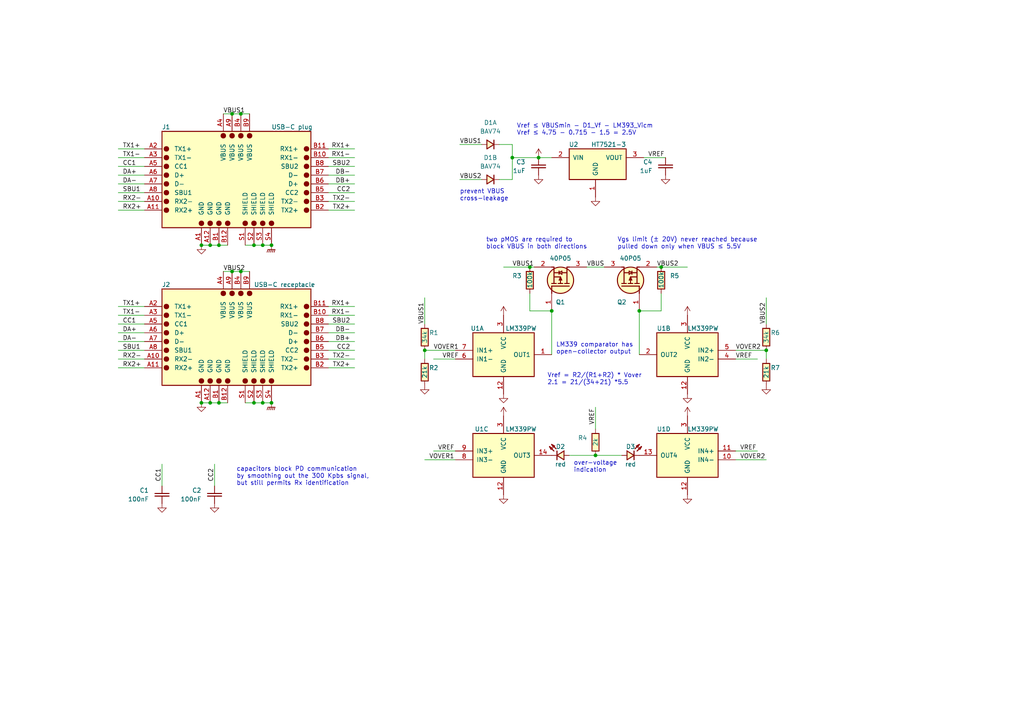
<source format=kicad_sch>
(kicad_sch (version 20211123) (generator eeschema)
  (paper "A4")
  (title_block (title "USB-C Power Delivery blocker") (date "$date$") (rev "$version$.$revision$") (company "CuVoodoo") (comment 1 "King Kévin") (comment 2 "CERN-OHL-S"))
  (lib_symbols
    (symbol "power:GND" (power) (pin_names (offset 0))
      (property "Value" "GND" (at 0 -3.81 0))
      (symbol "GND_0_1"
        (polyline (pts (xy 0 0) (xy 0 -1.27) (xy 1.27 -1.27) (xy 0 -2.54) (xy -1.27 -1.27) (xy 0 -1.27)))
      )
      (symbol "GND_1_1"
        (pin power_in line (at 0 0 270) (length 0) hide (name "GND") (number "1"))
      )
    )
    (symbol "power:GNDPWR" (power) (pin_names (offset 0))
      (property "Value" "GNDPWR" (at 0 -3.302 0))
      (symbol "GNDPWR_0_1"
        (polyline (pts (xy 0 -1.27) (xy 0 0)))
        (polyline (pts (xy -1.016 -1.27) (xy -1.27 -2.032) (xy -1.27 -2.032)) (stroke (width 0.2032)))
        (polyline (pts (xy -0.508 -1.27) (xy -0.762 -2.032) (xy -0.762 -2.032)) (stroke (width 0.2032)))
        (polyline (pts (xy 0 -1.27) (xy -0.254 -2.032) (xy -0.254 -2.032)) (stroke (width 0.2032)))
        (polyline (pts (xy 0.508 -1.27) (xy 0.254 -2.032) (xy 0.254 -2.032)) (stroke (width 0.2032)))
        (polyline (pts (xy 1.016 -1.27) (xy -1.016 -1.27) (xy -1.016 -1.27)) (stroke (width 0.2032)))
        (polyline (pts (xy 1.016 -1.27) (xy 0.762 -2.032) (xy 0.762 -2.032) (xy 0.762 -2.032)) (stroke (width 0.2032)))
      )
      (symbol "GNDPWR_1_1"
        (pin power_in line (at 0 0 270) (length 0) hide (name "GNDPWR") (number "1"))
      )
    )
    (symbol "power:VCC" (power) (pin_names (offset 0))
      (property "Value" "VCC" (at 0 3.81 0))
      (symbol "VCC_0_1"
        (polyline (pts (xy -0.762 1.27) (xy 0 2.54)))
        (polyline (pts (xy 0 0) (xy 0 2.54)))
        (polyline (pts (xy 0 2.54) (xy 0.762 1.27)))
      )
      (symbol "VCC_1_1"
        (pin power_in line (at 0 0 90) (length 0) hide (name "VCC") (number "1"))
      )
    )
    (symbol "qeda:40P05" (pin_names (offset 1.016) hide)
      (property "Reference" "VT" (at 1.778 4.572 0))
      (property "Value" "40P05" (at 1.778 -4.572 0))
      (symbol "40P05_1_1"
        (polyline (pts (xy -3.81 -2.54) (xy -1.7018 -2.54)) (stroke (width 0.3048)))
        (polyline (pts (xy -1.7018 2.54) (xy -1.7018 -2.54)) (stroke (width 0.3048)))
        (polyline (pts (xy -0.9398 -1.8796) (xy 3.81 -1.8796)) (stroke (width 0.3048)))
        (polyline (pts (xy -0.9398 -1.2192) (xy -0.9398 -2.54)) (stroke (width 0.3048)))
        (polyline (pts (xy -0.9398 0) (xy 0.9652 0)) (stroke (width 0.3048)))
        (polyline (pts (xy -0.9398 0.6604) (xy -0.9398 -0.6604)) (stroke (width 0.3048)))
        (polyline (pts (xy -0.9398 1.8796) (xy 3.81 1.8796)) (stroke (width 0.3048)))
        (polyline (pts (xy -0.9398 2.54) (xy -0.9398 1.2192)) (stroke (width 0.3048)))
        (polyline (pts (xy 0.9652 0) (xy 0.9652 -1.8796)) (stroke (width 0.3048)))
        (polyline (pts (xy 1.7272 -0.4064) (xy 2.667 -0.4064)) (stroke (width 0.3048)))
        (polyline (pts (xy 2.1844 -0.4064) (xy 2.1844 -1.8796)) (stroke (width 0.3048)))
        (polyline (pts (xy 2.1844 1.8796) (xy 2.1844 0.4064)) (stroke (width 0.3048)))
        (polyline (pts (xy 3.81 -1.8796) (xy 3.81 -2.54)) (stroke (width 0.3048)))
        (polyline (pts (xy 3.81 1.8796) (xy 3.81 2.54)) (stroke (width 0.3048)))
        (polyline (pts (xy 0 0.381) (xy 0.9652 0) (xy 0 -0.381)) (stroke (width 0.3048)) (fill (type outline)))
        (polyline (pts (xy 1.7272 0.4064) (xy 2.667 0.4064) (xy 2.1844 -0.4064) (xy 1.7272 0.4064)) (stroke (width 0.3048)))
        (circle (center 0 0) (radius 3.81) (stroke (width 0.3048)) (fill (type background)))
        (pin input line (at -8.89 -2.54 0) (length 5.08) (name "G") (number "1"))
        (pin unspecified line (at 3.81 -7.62 90) (length 5.08) (name "S") (number "2"))
        (pin unspecified line (at 3.81 7.62 270) (length 5.08) (name "D") (number "3"))
      )
    )
    (symbol "qeda:BAV74" (pin_numbers hide) (pin_names (offset 1.016) hide)
      (property "Reference" "D" (at 0 2.032 0))
      (property "Value" "BAV74" (at 0 -2.032 0))
      (symbol "BAV74_1_1"
        (polyline (pts (xy 1.016 1.27) (xy 1.016 -1.27)) (stroke (width 0.3048)))
        (polyline (pts (xy -1.016 1.27) (xy 1.016 0) (xy -1.016 -1.27) (xy -1.016 1.27)) (stroke (width 0.3048)) (fill (type background)))
        (pin passive line (at -2.54 0 0) (length 1.524) (name "A1") (number "1"))
        (pin passive line (at 2.54 0 180) (length 1.524) (name "C") (number "3"))
      )
      (symbol "BAV74_2_1"
        (polyline (pts (xy 1.016 1.27) (xy 1.016 -1.27)) (stroke (width 0.3048)))
        (polyline (pts (xy -1.016 1.27) (xy 1.016 0) (xy -1.016 -1.27) (xy -1.016 1.27)) (stroke (width 0.3048)) (fill (type background)))
        (pin passive line (at -2.54 0 0) (length 1.524) (name "A2") (number "2"))
        (pin passive line (at 2.54 0 180) (length 1.524) (name "C") (number "3"))
      )
    )
    (symbol "qeda:C0603" (pin_numbers hide) (pin_names (offset 1.016) hide)
      (property "Reference" "C" (at 0 2.794 0))
      (property "Value" "C0603" (at 0 -2.794 0))
      (symbol "C0603_1_1"
        (polyline (pts (xy -0.381 2.032) (xy -0.381 -2.032)) (stroke (width 0.3048)))
        (polyline (pts (xy 0.381 2.032) (xy 0.381 -2.032)) (stroke (width 0.3048)))
        (pin passive line (at -2.54 0 0) (length 2.159) (name "L") (number "1"))
        (pin passive line (at 2.54 0 180) (length 2.159) (name "R") (number "2"))
      )
    )
    (symbol "qeda:HT7521-3" (pin_names (offset 1.016))
      (property "Reference" "U" (at 8.255 0.762 0))
      (property "Value" "HT7521-3" (at 8.382 -9.652 0))
      (symbol "HT7521-3_1_1"
        (rectangle (start 0 0) (end 16.51 -8.89) (stroke (width 0.3048)) (fill (type background)))
        (pin power_in line (at 7.62 -13.97 90) (length 5.08) (name "GND") (number "1"))
        (pin power_in line (at -5.08 -2.54 0) (length 5.08) (name "VIN") (number "2"))
        (pin unspecified line (at 21.59 -2.54 180) (length 5.08) (name "VOUT") (number "3"))
      )
    )
    (symbol "qeda:LED0603" (pin_numbers hide) (pin_names (offset 1.016) hide)
      (property "Reference" "D" (at 0 2.032 0))
      (property "Value" "LED0603" (at 0 -2.032 0))
      (symbol "LED0603_1_1"
        (polyline (pts (xy 1.016 1.27) (xy 1.016 -1.27)) (stroke (width 0.3048)))
        (polyline (pts (xy 1.27 1.905) (xy 2.54 3.175)) (stroke (width 0.3048)))
        (polyline (pts (xy 1.905 1.27) (xy 3.175 2.54)) (stroke (width 0.3048)))
        (polyline (pts (xy -1.016 1.27) (xy 1.016 0) (xy -1.016 -1.27) (xy -1.016 1.27)) (stroke (width 0.3048)) (fill (type background)))
        (polyline (pts (xy 1.7272 2.7178) (xy 2.54 3.175) (xy 2.0828 2.3622) (xy 1.7272 2.7178)) (stroke (width 0.3048)) (fill (type outline)))
        (polyline (pts (xy 2.3622 2.0828) (xy 3.175 2.54) (xy 2.7178 1.7272) (xy 2.3622 2.0828)) (stroke (width 0.3048)) (fill (type outline)))
        (pin passive line (at 2.54 0 180) (length 1.524) (name "C") (number "1"))
        (pin passive line (at -2.54 0 0) (length 1.524) (name "A") (number "2"))
      )
    )
    (symbol "qeda:LM339PW" (pin_names (offset 1.016))
      (property "Reference" "U" (at 0 2.794 0))
      (property "Value" "LM339PW" (at 0 0.762 0))
      (symbol "LM339PW_1_1"
        (rectangle (start 0 0) (end 17.78 -12.7) (stroke (width 0.3048)) (fill (type background)))
        (pin output line (at 22.86 -6.35 180) (length 5.08) (name "OUT1") (number "1"))
        (pin power_in line (at 8.89 -17.78 90) (length 5.08) (name "GND") (number "12"))
        (pin power_in line (at 8.89 5.08 270) (length 5.08) (name "VCC") (number "3"))
        (pin input line (at -5.08 -7.62 0) (length 5.08) (name "IN1-") (number "6"))
        (pin input line (at -5.08 -5.08 0) (length 5.08) (name "IN1+") (number "7"))
      )
      (symbol "LM339PW_2_1"
        (rectangle (start 0 0) (end 17.78 -12.7) (stroke (width 0.3048)) (fill (type background)))
        (pin power_in line (at 8.89 -17.78 90) (length 5.08) (name "GND") (number "12"))
        (pin output line (at 22.86 -6.35 180) (length 5.08) (name "OUT2") (number "2"))
        (pin power_in line (at 8.89 5.08 270) (length 5.08) (name "VCC") (number "3"))
        (pin input line (at -5.08 -7.62 0) (length 5.08) (name "IN2-") (number "4"))
        (pin input line (at -5.08 -5.08 0) (length 5.08) (name "IN2+") (number "5"))
      )
      (symbol "LM339PW_3_1"
        (rectangle (start 0 0) (end 17.78 -12.7) (stroke (width 0.3048)) (fill (type background)))
        (pin power_in line (at 8.89 -17.78 90) (length 5.08) (name "GND") (number "12"))
        (pin output line (at 22.86 -6.35 180) (length 5.08) (name "OUT3") (number "14"))
        (pin power_in line (at 8.89 5.08 270) (length 5.08) (name "VCC") (number "3"))
        (pin input line (at -5.08 -7.62 0) (length 5.08) (name "IN3-") (number "8"))
        (pin input line (at -5.08 -5.08 0) (length 5.08) (name "IN3+") (number "9"))
      )
      (symbol "LM339PW_4_1"
        (rectangle (start 0 0) (end 17.78 -12.7) (stroke (width 0.3048)) (fill (type background)))
        (pin input line (at -5.08 -7.62 0) (length 5.08) (name "IN4-") (number "10"))
        (pin input line (at -5.08 -5.08 0) (length 5.08) (name "IN4+") (number "11"))
        (pin power_in line (at 8.89 -17.78 90) (length 5.08) (name "GND") (number "12"))
        (pin output line (at 22.86 -6.35 180) (length 5.08) (name "OUT4") (number "13"))
        (pin power_in line (at 8.89 5.08 270) (length 5.08) (name "VCC") (number "3"))
      )
    )
    (symbol "qeda:R0603" (pin_numbers hide) (pin_names (offset 1.016) hide)
      (property "Reference" "R" (at 0 1.778 0))
      (property "Value" "R0603" (at 0 -1.778 0))
      (symbol "R0603_1_1"
        (rectangle (start -2.54 1.016) (end 2.54 -1.016) (stroke (width 0.3048)) (fill (type background)))
        (pin passive line (at -3.81 0 0) (length 1.27) (name "L") (number "1"))
        (pin passive line (at 3.81 0 180) (length 1.27) (name "R") (number "2"))
      )
    )
    (symbol "qeda:XKB_U261-24XN-4BC2LS" (pin_names (offset 3.556))
      (property "Reference" "J" (at 0 0.762 0))
      (property "Value" "XKB_U261-24XN-4BC2LS" (at 32.512 -28.702 0))
      (symbol "XKB_U261-24XN-4BC2LS_1_1"
        (rectangle (start 0 0) (end 43.18 -27.94) (stroke (width 0.3048)) (fill (type background)))
        (circle (center 1.27 -22.86) (radius 0.635) (stroke (width 0.3048)) (fill (type outline)))
        (circle (center 1.27 -20.32) (radius 0.635) (stroke (width 0.3048)) (fill (type outline)))
        (circle (center 1.27 -17.78) (radius 0.635) (stroke (width 0.3048)) (fill (type outline)))
        (circle (center 1.27 -15.24) (radius 0.635) (stroke (width 0.3048)) (fill (type outline)))
        (circle (center 1.27 -12.7) (radius 0.635) (stroke (width 0.3048)) (fill (type outline)))
        (circle (center 1.27 -10.16) (radius 0.635) (stroke (width 0.3048)) (fill (type outline)))
        (circle (center 1.27 -7.62) (radius 0.635) (stroke (width 0.3048)) (fill (type outline)))
        (circle (center 1.27 -5.08) (radius 0.635) (stroke (width 0.3048)) (fill (type outline)))
        (circle (center 11.43 -26.67) (radius 0.635) (stroke (width 0.3048)) (fill (type outline)))
        (circle (center 13.97 -26.67) (radius 0.635) (stroke (width 0.3048)) (fill (type outline)))
        (circle (center 16.51 -26.67) (radius 0.635) (stroke (width 0.3048)) (fill (type outline)))
        (circle (center 17.78 -1.27) (radius 0.635) (stroke (width 0.3048)) (fill (type outline)))
        (circle (center 19.05 -26.67) (radius 0.635) (stroke (width 0.3048)) (fill (type outline)))
        (circle (center 20.32 -1.27) (radius 0.635) (stroke (width 0.3048)) (fill (type outline)))
        (circle (center 22.86 -1.27) (radius 0.635) (stroke (width 0.3048)) (fill (type outline)))
        (circle (center 24.13 -26.67) (radius 0.635) (stroke (width 0.3048)) (fill (type outline)))
        (circle (center 25.4 -1.27) (radius 0.635) (stroke (width 0.3048)) (fill (type outline)))
        (circle (center 26.67 -26.67) (radius 0.635) (stroke (width 0.3048)) (fill (type outline)))
        (circle (center 29.21 -26.67) (radius 0.635) (stroke (width 0.3048)) (fill (type outline)))
        (circle (center 31.75 -26.67) (radius 0.635) (stroke (width 0.3048)) (fill (type outline)))
        (circle (center 41.91 -22.86) (radius 0.635) (stroke (width 0.3048)) (fill (type outline)))
        (circle (center 41.91 -20.32) (radius 0.635) (stroke (width 0.3048)) (fill (type outline)))
        (circle (center 41.91 -17.78) (radius 0.635) (stroke (width 0.3048)) (fill (type outline)))
        (circle (center 41.91 -15.24) (radius 0.635) (stroke (width 0.3048)) (fill (type outline)))
        (circle (center 41.91 -12.7) (radius 0.635) (stroke (width 0.3048)) (fill (type outline)))
        (circle (center 41.91 -10.16) (radius 0.635) (stroke (width 0.3048)) (fill (type outline)))
        (circle (center 41.91 -7.62) (radius 0.635) (stroke (width 0.3048)) (fill (type outline)))
        (circle (center 41.91 -5.08) (radius 0.635) (stroke (width 0.3048)) (fill (type outline)))
        (pin power_in line (at 11.43 -33.02 90) (length 5.08) (name "GND") (number "A1"))
        (pin input line (at -5.08 -20.32 0) (length 5.08) (name "RX2-") (number "A10"))
        (pin input line (at -5.08 -22.86 0) (length 5.08) (name "RX2+") (number "A11"))
        (pin power_in line (at 13.97 -33.02 90) (length 5.08) (name "GND") (number "A12"))
        (pin output line (at -5.08 -5.08 0) (length 5.08) (name "TX1+") (number "A2"))
        (pin output line (at -5.08 -7.62 0) (length 5.08) (name "TX1-") (number "A3"))
        (pin power_in line (at 17.78 5.08 270) (length 5.08) (name "VBUS") (number "A4"))
        (pin bidirectional line (at -5.08 -10.16 0) (length 5.08) (name "CC1") (number "A5"))
        (pin bidirectional line (at -5.08 -12.7 0) (length 5.08) (name "D+") (number "A6"))
        (pin bidirectional line (at -5.08 -15.24 0) (length 5.08) (name "D-") (number "A7"))
        (pin bidirectional line (at -5.08 -17.78 0) (length 5.08) (name "SBU1") (number "A8"))
        (pin power_in line (at 20.32 5.08 270) (length 5.08) (name "VBUS") (number "A9"))
        (pin power_in line (at 16.51 -33.02 90) (length 5.08) (name "GND") (number "B1"))
        (pin input line (at 48.26 -7.62 180) (length 5.08) (name "RX1-") (number "B10"))
        (pin input line (at 48.26 -5.08 180) (length 5.08) (name "RX1+") (number "B11"))
        (pin power_in line (at 19.05 -33.02 90) (length 5.08) (name "GND") (number "B12"))
        (pin output line (at 48.26 -22.86 180) (length 5.08) (name "TX2+") (number "B2"))
        (pin output line (at 48.26 -20.32 180) (length 5.08) (name "TX2-") (number "B3"))
        (pin power_in line (at 22.86 5.08 270) (length 5.08) (name "VBUS") (number "B4"))
        (pin bidirectional line (at 48.26 -17.78 180) (length 5.08) (name "CC2") (number "B5"))
        (pin bidirectional line (at 48.26 -15.24 180) (length 5.08) (name "D+") (number "B6"))
        (pin bidirectional line (at 48.26 -12.7 180) (length 5.08) (name "D-") (number "B7"))
        (pin bidirectional line (at 48.26 -10.16 180) (length 5.08) (name "SBU2") (number "B8"))
        (pin power_in line (at 25.4 5.08 270) (length 5.08) (name "VBUS") (number "B9"))
        (pin passive line (at 24.13 -33.02 90) (length 5.08) (name "SHIELD") (number "S1"))
        (pin passive line (at 26.67 -33.02 90) (length 5.08) (name "SHIELD") (number "S2"))
        (pin passive line (at 29.21 -33.02 90) (length 5.08) (name "SHIELD") (number "S3"))
        (pin passive line (at 31.75 -33.02 90) (length 5.08) (name "SHIELD") (number "S4"))
      )
    )
    (symbol "qeda:XKB_U262-24XN-4BV60" (pin_names (offset 3.556))
      (property "Reference" "J" (at 0 0.762 0))
      (property "Value" "XKB_U262-24XN-4BV60" (at 32.512 -28.702 0))
      (symbol "XKB_U262-24XN-4BV60_1_1"
        (rectangle (start 0 0) (end 43.18 -27.94) (stroke (width 0.3048)) (fill (type background)))
        (circle (center 1.27 -22.86) (radius 0.635) (stroke (width 0.3048)) (fill (type outline)))
        (circle (center 1.27 -20.32) (radius 0.635) (stroke (width 0.3048)) (fill (type outline)))
        (circle (center 1.27 -17.78) (radius 0.635) (stroke (width 0.3048)) (fill (type outline)))
        (circle (center 1.27 -15.24) (radius 0.635) (stroke (width 0.3048)) (fill (type outline)))
        (circle (center 1.27 -12.7) (radius 0.635) (stroke (width 0.3048)) (fill (type outline)))
        (circle (center 1.27 -10.16) (radius 0.635) (stroke (width 0.3048)) (fill (type outline)))
        (circle (center 1.27 -7.62) (radius 0.635) (stroke (width 0.3048)) (fill (type outline)))
        (circle (center 1.27 -5.08) (radius 0.635) (stroke (width 0.3048)) (fill (type outline)))
        (circle (center 11.43 -26.67) (radius 0.635) (stroke (width 0.3048)) (fill (type outline)))
        (circle (center 13.97 -26.67) (radius 0.635) (stroke (width 0.3048)) (fill (type outline)))
        (circle (center 16.51 -26.67) (radius 0.635) (stroke (width 0.3048)) (fill (type outline)))
        (circle (center 17.78 -1.27) (radius 0.635) (stroke (width 0.3048)) (fill (type outline)))
        (circle (center 19.05 -26.67) (radius 0.635) (stroke (width 0.3048)) (fill (type outline)))
        (circle (center 20.32 -1.27) (radius 0.635) (stroke (width 0.3048)) (fill (type outline)))
        (circle (center 22.86 -1.27) (radius 0.635) (stroke (width 0.3048)) (fill (type outline)))
        (circle (center 24.13 -26.67) (radius 0.635) (stroke (width 0.3048)) (fill (type outline)))
        (circle (center 25.4 -1.27) (radius 0.635) (stroke (width 0.3048)) (fill (type outline)))
        (circle (center 26.67 -26.67) (radius 0.635) (stroke (width 0.3048)) (fill (type outline)))
        (circle (center 29.21 -26.67) (radius 0.635) (stroke (width 0.3048)) (fill (type outline)))
        (circle (center 31.75 -26.67) (radius 0.635) (stroke (width 0.3048)) (fill (type outline)))
        (circle (center 41.91 -22.86) (radius 0.635) (stroke (width 0.3048)) (fill (type outline)))
        (circle (center 41.91 -20.32) (radius 0.635) (stroke (width 0.3048)) (fill (type outline)))
        (circle (center 41.91 -17.78) (radius 0.635) (stroke (width 0.3048)) (fill (type outline)))
        (circle (center 41.91 -15.24) (radius 0.635) (stroke (width 0.3048)) (fill (type outline)))
        (circle (center 41.91 -12.7) (radius 0.635) (stroke (width 0.3048)) (fill (type outline)))
        (circle (center 41.91 -10.16) (radius 0.635) (stroke (width 0.3048)) (fill (type outline)))
        (circle (center 41.91 -7.62) (radius 0.635) (stroke (width 0.3048)) (fill (type outline)))
        (circle (center 41.91 -5.08) (radius 0.635) (stroke (width 0.3048)) (fill (type outline)))
        (pin power_in line (at 11.43 -33.02 90) (length 5.08) (name "GND") (number "A1"))
        (pin input line (at -5.08 -20.32 0) (length 5.08) (name "RX2-") (number "A10"))
        (pin input line (at -5.08 -22.86 0) (length 5.08) (name "RX2+") (number "A11"))
        (pin power_in line (at 13.97 -33.02 90) (length 5.08) (name "GND") (number "A12"))
        (pin output line (at -5.08 -5.08 0) (length 5.08) (name "TX1+") (number "A2"))
        (pin output line (at -5.08 -7.62 0) (length 5.08) (name "TX1-") (number "A3"))
        (pin power_in line (at 17.78 5.08 270) (length 5.08) (name "VBUS") (number "A4"))
        (pin bidirectional line (at -5.08 -10.16 0) (length 5.08) (name "CC1") (number "A5"))
        (pin bidirectional line (at -5.08 -12.7 0) (length 5.08) (name "D+") (number "A6"))
        (pin bidirectional line (at -5.08 -15.24 0) (length 5.08) (name "D-") (number "A7"))
        (pin bidirectional line (at -5.08 -17.78 0) (length 5.08) (name "SBU1") (number "A8"))
        (pin power_in line (at 20.32 5.08 270) (length 5.08) (name "VBUS") (number "A9"))
        (pin power_in line (at 16.51 -33.02 90) (length 5.08) (name "GND") (number "B1"))
        (pin input line (at 48.26 -7.62 180) (length 5.08) (name "RX1-") (number "B10"))
        (pin input line (at 48.26 -5.08 180) (length 5.08) (name "RX1+") (number "B11"))
        (pin power_in line (at 19.05 -33.02 90) (length 5.08) (name "GND") (number "B12"))
        (pin output line (at 48.26 -22.86 180) (length 5.08) (name "TX2+") (number "B2"))
        (pin output line (at 48.26 -20.32 180) (length 5.08) (name "TX2-") (number "B3"))
        (pin power_in line (at 22.86 5.08 270) (length 5.08) (name "VBUS") (number "B4"))
        (pin bidirectional line (at 48.26 -17.78 180) (length 5.08) (name "CC2") (number "B5"))
        (pin bidirectional line (at 48.26 -15.24 180) (length 5.08) (name "D+") (number "B6"))
        (pin bidirectional line (at 48.26 -12.7 180) (length 5.08) (name "D-") (number "B7"))
        (pin bidirectional line (at 48.26 -10.16 180) (length 5.08) (name "SBU2") (number "B8"))
        (pin power_in line (at 25.4 5.08 270) (length 5.08) (name "VBUS") (number "B9"))
        (pin passive line (at 24.13 -33.02 90) (length 5.08) (name "SHIELD") (number "S1"))
        (pin passive line (at 26.67 -33.02 90) (length 5.08) (name "SHIELD") (number "S2"))
        (pin passive line (at 29.21 -33.02 90) (length 5.08) (name "SHIELD") (number "S3"))
        (pin passive line (at 31.75 -33.02 90) (length 5.08) (name "SHIELD") (number "S4"))
      )
    )
  )
  (junction (at 185.42 90.17))
  (junction (at 172.72 132.08))
  (junction (at 73.66 71.12))
  (junction (at 67.31 33.02))
  (junction (at 63.5 71.12))
  (junction (at 222.25 101.6))
  (junction (at 58.42 116.84))
  (junction (at 58.42 71.12))
  (junction (at 69.85 33.02))
  (junction (at 78.74 116.84))
  (junction (at 73.66 116.84))
  (junction (at 123.19 101.6))
  (junction (at 63.5 116.84))
  (junction (at 148.59 45.72))
  (junction (at 153.67 77.47))
  (junction (at 60.96 116.84))
  (junction (at 156.21 45.72))
  (junction (at 60.96 71.12))
  (junction (at 67.31 78.74))
  (junction (at 78.74 71.12))
  (junction (at 76.2 116.84))
  (junction (at 69.85 78.74))
  (junction (at 76.2 71.12))
  (junction (at 160.02 90.17))
  (junction (at 191.77 77.47))
  (wire (pts (xy 148.59 45.72) (xy 156.21 45.72)))
  (wire (pts (xy 185.42 90.17) (xy 185.42 102.87)))
  (wire (pts (xy 156.21 45.72) (xy 160.02 45.72)))
  (wire (pts (xy 34.29 104.14) (xy 41.91 104.14)))
  (wire (pts (xy 213.36 130.81) (xy 219.71 130.81)))
  (wire (pts (xy 172.72 118.11) (xy 172.72 124.46)))
  (wire (pts (xy 60.96 116.84) (xy 63.5 116.84)))
  (wire (pts (xy 95.25 45.72) (xy 102.87 45.72)))
  (wire (pts (xy 60.96 71.12) (xy 63.5 71.12)))
  (wire (pts (xy 34.29 99.06) (xy 41.91 99.06)))
  (wire (pts (xy 123.19 101.6) (xy 132.08 101.6)))
  (wire (pts (xy 160.02 90.17) (xy 160.02 102.87)))
  (wire (pts (xy 165.1 132.08) (xy 172.72 132.08)))
  (wire (pts (xy 153.67 90.17) (xy 160.02 90.17)))
  (wire (pts (xy 95.25 53.34) (xy 102.87 53.34)))
  (wire (pts (xy 34.29 106.68) (xy 41.91 106.68)))
  (wire (pts (xy 153.67 85.09) (xy 153.67 90.17)))
  (wire (pts (xy 76.2 71.12) (xy 78.74 71.12)))
  (wire (pts (xy 95.25 50.8) (xy 102.87 50.8)))
  (wire (pts (xy 69.85 33.02) (xy 72.39 33.02)))
  (wire (pts (xy 62.23 134.62) (xy 62.23 140.97)))
  (wire (pts (xy 34.29 101.6) (xy 41.91 101.6)))
  (wire (pts (xy 190.5 77.47) (xy 191.77 77.47)))
  (wire (pts (xy 34.29 53.34) (xy 41.91 53.34)))
  (wire (pts (xy 64.77 33.02) (xy 67.31 33.02)))
  (wire (pts (xy 46.99 134.62) (xy 46.99 140.97)))
  (wire (pts (xy 95.25 55.88) (xy 102.87 55.88)))
  (wire (pts (xy 95.25 88.9) (xy 102.87 88.9)))
  (wire (pts (xy 191.77 85.09) (xy 191.77 90.17)))
  (wire (pts (xy 133.35 52.07) (xy 139.7 52.07)))
  (wire (pts (xy 153.67 77.47) (xy 154.94 77.47)))
  (wire (pts (xy 133.35 41.91) (xy 139.7 41.91)))
  (wire (pts (xy 186.69 45.72) (xy 193.04 45.72)))
  (wire (pts (xy 67.31 33.02) (xy 69.85 33.02)))
  (wire (pts (xy 123.19 101.6) (xy 123.19 104.14)))
  (wire (pts (xy 148.59 41.91) (xy 148.59 45.72)))
  (wire (pts (xy 34.29 50.8) (xy 41.91 50.8)))
  (wire (pts (xy 191.77 77.47) (xy 199.39 77.47)))
  (wire (pts (xy 34.29 58.42) (xy 41.91 58.42)))
  (wire (pts (xy 34.29 45.72) (xy 41.91 45.72)))
  (wire (pts (xy 95.25 106.68) (xy 102.87 106.68)))
  (wire (pts (xy 222.25 101.6) (xy 222.25 104.14)))
  (wire (pts (xy 144.78 52.07) (xy 148.59 52.07)))
  (wire (pts (xy 58.42 116.84) (xy 60.96 116.84)))
  (wire (pts (xy 71.12 71.12) (xy 73.66 71.12)))
  (wire (pts (xy 95.25 43.18) (xy 102.87 43.18)))
  (wire (pts (xy 123.19 133.35) (xy 132.08 133.35)))
  (wire (pts (xy 34.29 91.44) (xy 41.91 91.44)))
  (wire (pts (xy 58.42 71.12) (xy 60.96 71.12)))
  (wire (pts (xy 170.18 77.47) (xy 175.26 77.47)))
  (wire (pts (xy 95.25 96.52) (xy 102.87 96.52)))
  (wire (pts (xy 34.29 96.52) (xy 41.91 96.52)))
  (wire (pts (xy 95.25 93.98) (xy 102.87 93.98)))
  (wire (pts (xy 213.36 133.35) (xy 222.25 133.35)))
  (wire (pts (xy 213.36 104.14) (xy 219.71 104.14)))
  (wire (pts (xy 123.19 86.36) (xy 123.19 93.98)))
  (wire (pts (xy 95.25 99.06) (xy 102.87 99.06)))
  (wire (pts (xy 95.25 101.6) (xy 102.87 101.6)))
  (wire (pts (xy 34.29 43.18) (xy 41.91 43.18)))
  (wire (pts (xy 34.29 55.88) (xy 41.91 55.88)))
  (wire (pts (xy 144.78 41.91) (xy 148.59 41.91)))
  (wire (pts (xy 95.25 104.14) (xy 102.87 104.14)))
  (wire (pts (xy 146.05 77.47) (xy 153.67 77.47)))
  (wire (pts (xy 69.85 78.74) (xy 72.39 78.74)))
  (wire (pts (xy 95.25 60.96) (xy 102.87 60.96)))
  (wire (pts (xy 222.25 86.36) (xy 222.25 93.98)))
  (wire (pts (xy 76.2 116.84) (xy 78.74 116.84)))
  (wire (pts (xy 34.29 48.26) (xy 41.91 48.26)))
  (wire (pts (xy 95.25 48.26) (xy 102.87 48.26)))
  (wire (pts (xy 34.29 60.96) (xy 41.91 60.96)))
  (wire (pts (xy 148.59 52.07) (xy 148.59 45.72)))
  (wire (pts (xy 34.29 93.98) (xy 41.91 93.98)))
  (wire (pts (xy 185.42 90.17) (xy 191.77 90.17)))
  (wire (pts (xy 172.72 132.08) (xy 180.34 132.08)))
  (wire (pts (xy 67.31 78.74) (xy 69.85 78.74)))
  (wire (pts (xy 64.77 78.74) (xy 67.31 78.74)))
  (wire (pts (xy 95.25 58.42) (xy 102.87 58.42)))
  (wire (pts (xy 63.5 71.12) (xy 66.04 71.12)))
  (wire (pts (xy 95.25 91.44) (xy 102.87 91.44)))
  (wire (pts (xy 125.73 130.81) (xy 132.08 130.81)))
  (wire (pts (xy 73.66 116.84) (xy 76.2 116.84)))
  (wire (pts (xy 34.29 88.9) (xy 41.91 88.9)))
  (wire (pts (xy 213.36 101.6) (xy 222.25 101.6)))
  (wire (pts (xy 125.73 104.14) (xy 132.08 104.14)))
  (wire (pts (xy 63.5 116.84) (xy 66.04 116.84)))
  (wire (pts (xy 71.12 116.84) (xy 73.66 116.84)))
  (wire (pts (xy 73.66 71.12) (xy 76.2 71.12)))
  (text "prevent VBUS\ncross-leakage" (at 133.35 58.42 0) (effects (font (size 1.27 1.27)) (justify left bottom)))
  (text "capacitors block PD communication\nby smoothing out the 300 Kpbs signal,\nbut still permits Rx identification" (at 68.58 140.97 0) (effects (font (size 1.27 1.27)) (justify left bottom)))
  (text "LM339 comparator has\nopen-collector output" (at 161.29 102.87 0) (effects (font (size 1.27 1.27)) (justify left bottom)))
  (text "Vref ≤ VBUSmin - D1_Vf - LM393_Vicm\nVref ≤ 4.75 - 0.715 - 1.5 = 2.5V" (at 149.86 39.37 0) (effects (font (size 1.27 1.27)) (justify left bottom)))
  (text "Vref = R2/(R1+R2) * Vover\n2.1 = 21/(34+21) *5.5" (at 158.75 111.76 0) (effects (font (size 1.27 1.27)) (justify left bottom)))
  (text "Vgs limit (± 20V) never reached because\npulled down only when VBUS ≤ 5.5V" (at 179.07 72.39 0) (effects (font (size 1.27 1.27)) (justify left bottom)))
  (text "two pMOS are required to\nblock VBUS in both directions" (at 140.97 72.39 0) (effects (font (size 1.27 1.27)) (justify left bottom)))
  (text "over-voltage\nindication" (at 166.37 137.16 0) (effects (font (size 1.27 1.27)) (justify left bottom)))
  (label "VREF" (at 214.63 130.81 0))
  (label "RX1+" (at 101.6 43.18 180))
  (label "VOVER2" (at 214.63 133.35 0))
  (label "RX1+" (at 101.6 88.9 180))
  (label "TX2-" (at 101.6 58.42 180))
  (label "VBUS2" (at 222.25 93.98 90))
  (label "VREF" (at 187.96 45.72 0))
  (label "VOVER1" (at 124.46 133.35 0))
  (label "RX2-" (at 35.56 58.42 0))
  (label "VBUS2" (at 190.5 77.47 0))
  (label "RX1-" (at 101.6 91.44 180))
  (label "VREF" (at 127 130.81 0))
  (label "TX1-" (at 35.56 91.44 0))
  (label "VBUS1" (at 123.19 93.98 90))
  (label "TX2-" (at 101.6 104.14 180))
  (label "CC2" (at 62.23 139.7 90))
  (label "RX2+" (at 35.56 60.96 0))
  (label "DA+" (at 35.56 50.8 0))
  (label "DB+" (at 101.6 53.34 180))
  (label "RX2-" (at 35.56 104.14 0))
  (label "SBU2" (at 101.6 93.98 180))
  (label "VBUS" (at 170.18 77.47 0))
  (label "CC1" (at 35.56 93.98 0))
  (label "RX2+" (at 35.56 106.68 0))
  (label "TX2+" (at 101.6 106.68 180))
  (label "CC1" (at 46.99 139.7 90))
  (label "SBU2" (at 101.6 48.26 180))
  (label "VREF" (at 213.36 104.14 0))
  (label "SBU1" (at 35.56 55.88 0))
  (label "DA-" (at 35.56 53.34 0))
  (label "CC1" (at 35.56 48.26 0))
  (label "VBUS1" (at 64.77 33.02 0))
  (label "TX1+" (at 35.56 43.18 0))
  (label "DB-" (at 101.6 50.8 180))
  (label "DA-" (at 35.56 99.06 0))
  (label "VBUS2" (at 64.77 78.74 0))
  (label "VOVER2" (at 213.36 101.6 0))
  (label "VREF" (at 172.72 123.19 90))
  (label "CC2" (at 101.6 101.6 180))
  (label "CC2" (at 101.6 55.88 180))
  (label "DA+" (at 35.56 96.52 0))
  (label "VOVER1" (at 125.73 101.6 0))
  (label "VBUS1" (at 133.35 41.91 0))
  (label "TX1-" (at 35.56 45.72 0))
  (label "SBU1" (at 35.56 101.6 0))
  (label "RX1-" (at 101.6 45.72 180))
  (label "VBUS2" (at 133.35 52.07 0))
  (label "DB-" (at 101.6 96.52 180))
  (label "VBUS1" (at 148.59 77.47 0))
  (label "VREF" (at 128.27 104.14 0))
  (label "DB+" (at 101.6 99.06 180))
  (label "TX1+" (at 35.56 88.9 0))
  (label "TX2+" (at 101.6 60.96 180))
  (symbol (lib_id "power:VCC") (at 199.39 91.44 0) (unit 1)
    (property "Reference" "#PWR016" (effects hide))
    (property "Value" "VCC" (effects hide))
  )
  (symbol (lib_id "qeda:XKB_U261-24XN-4BC2LS") (at 46.99 38.1 0) (unit 1)
    (property "Reference" "J1" (at 46.99 36.83 0) (effects (justify left)))
    (property "Value" "USB-C plug" (at 78.74 36.83 0) (effects (justify left)))
    (property "Footprint" "qeda:CONNECTOR_XKB_U261-24XN-4BC2LS" (effects hide))
    (property "Datasheet" "https://datasheet.lcsc.com/lcsc/2110112230_XKB-Connectivity-U261-241N-4BC2LS_C2880648.pdf" (effects hide))
  )
  (symbol (lib_id "power:GND") (at 58.42 71.12 0) (unit 1)
    (property "Reference" "#PWR02" (effects hide))
    (property "Value" "GND" (effects hide))
  )
  (symbol (lib_id "power:GND") (at 58.42 116.84 0) (unit 1)
    (property "Reference" "#PWR03" (effects hide))
    (property "Value" "GND" (effects hide))
  )
  (symbol (lib_id "qeda:BAV74") (at 142.24 52.07 0) (unit 2)
    (property "Reference" "D1" (at 142.24 45.72 0))
    (property "Value" "BAV74" (at 142.24 48.26 0))
    (property "Footprint" "qeda:SOT95P237X112-3N" (effects hide))
    (property "Datasheet" "https://assets.nexperia.com/documents/data-sheet/BAV74.pdf" (effects hide))
  )
  (symbol (lib_id "qeda:LED0603") (at 162.56 132.08 0) (mirror y) (unit 1)
    (property "Reference" "D2" (at 162.56 129.54 0))
    (property "Value" "red" (at 162.56 134.62 0))
    (property "Footprint" "qeda:LEDC1608X90N" (effects hide))
  )
  (symbol (lib_id "qeda:BAV74") (at 142.24 41.91 0) (unit 1)
    (property "Reference" "D1" (at 142.24 35.56 0))
    (property "Value" "BAV74" (at 142.24 38.1 0))
    (property "Footprint" "qeda:SOT95P237X112-3N" (effects hide))
    (property "Datasheet" "https://assets.nexperia.com/documents/data-sheet/BAV74.pdf" (effects hide))
  )
  (symbol (lib_id "qeda:R0603") (at 191.77 81.28 90) (unit 1)
    (property "Reference" "R5" (at 194.31 80.0099 90) (effects (justify right)))
    (property "Value" "100k" (at 191.77 78.74 0) (effects (justify right)))
    (property "Footprint" "qeda:UC1608X55N" (effects hide))
  )
  (symbol (lib_id "qeda:HT7521-3") (at 165.1 43.18 0) (unit 1)
    (property "Reference" "U2" (at 166.37 41.91 0))
    (property "Value" "HT7521-3" (at 176.53 41.91 0))
    (property "Footprint" "qeda:SOT95P280X145-5N" (effects hide))
    (property "Datasheet" "https://www.holtek.com/documents/10179/116711/HT75xx-3v140.pdf" (effects hide))
  )
  (symbol (lib_id "power:VCC") (at 156.21 45.72 0) (unit 1)
    (property "Reference" "#PWR012" (effects hide))
    (property "Value" "VCC" (effects hide))
  )
  (symbol (lib_id "power:GND") (at 62.23 146.05 0) (unit 1)
    (property "Reference" "#PWR04" (effects hide))
    (property "Value" "GND" (effects hide))
  )
  (symbol (lib_id "power:GND") (at 156.21 50.8 0) (unit 1)
    (property "Reference" "#PWR013" (effects hide))
    (property "Value" "GND" (effects hide))
  )
  (symbol (lib_id "qeda:R0603") (at 123.19 97.79 90) (unit 1)
    (property "Reference" "R1" (at 124.46 96.52 90) (effects (justify right)))
    (property "Value" "34k" (at 123.19 97.79 0))
    (property "Footprint" "qeda:UC1608X55N" (effects hide))
  )
  (symbol (lib_id "qeda:LM339PW") (at 137.16 96.52 0) (unit 1)
    (property "Reference" "U1" (at 138.43 95.25 0))
    (property "Value" "LM339PW" (at 151.13 95.25 0))
    (property "Footprint" "qeda:SOP65P640X120-14N" (effects hide))
    (property "Datasheet" "https://www.ti.com/lit/gpn/LM339" (effects hide))
  )
  (symbol (lib_id "qeda:C0603") (at 156.21 48.26 270) (unit 1)
    (property "Reference" "C3" (at 152.4 46.9899 90) (effects (justify right)))
    (property "Value" "1uF" (at 152.4 49.5299 90) (effects (justify right)))
    (property "Footprint" "qeda:CAPC1608X92N" (effects hide))
  )
  (symbol (lib_id "qeda:C0603") (at 46.99 143.51 270) (unit 1)
    (property "Reference" "C1" (at 43.18 142.2399 90) (effects (justify right)))
    (property "Value" "100nF" (at 43.18 144.7799 90) (effects (justify right)))
    (property "Footprint" "qeda:CAPC1608X92N" (effects hide))
  )
  (symbol (lib_id "power:GND") (at 199.39 114.3 0) (unit 1)
    (property "Reference" "#PWR017" (effects hide))
    (property "Value" "GND" (effects hide))
  )
  (symbol (lib_id "power:VCC") (at 199.39 120.65 0) (unit 1)
    (property "Reference" "#PWR018" (effects hide))
    (property "Value" "VCC" (effects hide))
  )
  (symbol (lib_id "power:GND") (at 222.25 111.76 0) (unit 1)
    (property "Reference" "#PWR020" (effects hide))
    (property "Value" "GND" (effects hide))
  )
  (symbol (lib_id "qeda:LM339PW") (at 137.16 125.73 0) (unit 3)
    (property "Reference" "U1" (at 139.7 124.46 0))
    (property "Value" "LM339PW" (at 151.13 124.46 0))
    (property "Footprint" "qeda:SOP65P640X120-14N" (effects hide))
    (property "Datasheet" "https://www.ti.com/lit/gpn/LM339" (effects hide))
  )
  (symbol (lib_id "power:VCC") (at 146.05 91.44 0) (unit 1)
    (property "Reference" "#PWR08" (effects hide))
    (property "Value" "VCC" (effects hide))
  )
  (symbol (lib_id "qeda:C0603") (at 193.04 48.26 90) (unit 1)
    (property "Reference" "C4" (at 189.23 46.9899 90) (effects (justify left)))
    (property "Value" "1uF" (at 189.23 49.5299 90) (effects (justify left)))
    (property "Footprint" "qeda:CAPC1608X92N" (effects hide))
  )
  (symbol (lib_id "power:GNDPWR") (at 78.74 116.84 0) (unit 1)
    (property "Reference" "#PWR06" (effects hide))
    (property "Value" "GNDPWR" (effects hide))
  )
  (symbol (lib_id "power:GND") (at 123.19 111.76 0) (unit 1)
    (property "Reference" "#PWR07" (effects hide))
    (property "Value" "GND" (effects hide))
  )
  (symbol (lib_id "qeda:LM339PW") (at 208.28 96.52 0) (mirror y) (unit 2)
    (property "Reference" "U1" (at 190.5 95.25 0) (effects (justify right)))
    (property "Value" "LM339PW" (at 199.39 95.25 0) (effects (justify right)))
    (property "Footprint" "qeda:SOP65P640X120-14N" (effects hide))
    (property "Datasheet" "https://www.ti.com/lit/gpn/LM339" (effects hide))
  )
  (symbol (lib_id "power:GND") (at 193.04 50.8 0) (unit 1)
    (property "Reference" "#PWR015" (effects hide))
    (property "Value" "GND" (effects hide))
  )
  (symbol (lib_id "qeda:LM339PW") (at 208.28 125.73 0) (mirror y) (unit 4)
    (property "Reference" "U1" (at 190.5 124.46 0) (effects (justify right)))
    (property "Value" "LM339PW" (at 199.39 124.46 0) (effects (justify right)))
    (property "Footprint" "qeda:SOP65P640X120-14N" (effects hide))
    (property "Datasheet" "https://www.ti.com/lit/gpn/LM339" (effects hide))
  )
  (symbol (lib_id "qeda:R0603") (at 222.25 107.95 90) (unit 1)
    (property "Reference" "R7" (at 223.52 106.68 90) (effects (justify right)))
    (property "Value" "21k" (at 222.25 107.95 0))
    (property "Footprint" "qeda:UC1608X55N" (effects hide))
  )
  (symbol (lib_id "power:VCC") (at 146.05 120.65 0) (unit 1)
    (property "Reference" "#PWR010" (effects hide))
    (property "Value" "VCC" (effects hide))
  )
  (symbol (lib_id "qeda:40P05") (at 162.56 81.28 270) (mirror x) (unit 1)
    (property "Reference" "Q1" (at 162.56 87.63 90))
    (property "Value" "40P05" (at 162.56 74.93 90))
    (property "Footprint" "qeda:SOT95P237X112-3N" (effects hide))
    (property "Datasheet" "https://datasheet.lcsc.com/lcsc/2108161030_ALLPOWER-ShenZhen-Quan-Li-Semiconductor-AP40P05_C2886385.pdf" (effects hide))
  )
  (symbol (lib_id "qeda:R0603") (at 123.19 107.95 90) (unit 1)
    (property "Reference" "R2" (at 124.46 106.68 90) (effects (justify right)))
    (property "Value" "21k" (at 123.19 107.95 0))
    (property "Footprint" "qeda:UC1608X55N" (effects hide))
  )
  (symbol (lib_id "qeda:R0603") (at 222.25 97.79 90) (unit 1)
    (property "Reference" "R6" (at 223.52 96.52 90) (effects (justify right)))
    (property "Value" "34k" (at 222.25 97.79 0))
    (property "Footprint" "qeda:UC1608X55N" (effects hide))
  )
  (symbol (lib_id "qeda:XKB_U262-24XN-4BV60") (at 46.99 83.82 0) (unit 1)
    (property "Reference" "J2" (at 46.99 82.55 0) (effects (justify left)))
    (property "Value" "USB-C receptacle" (at 73.66 82.55 0) (effects (justify left)))
    (property "Footprint" "qeda:CONNECTOR_XKB_U262-24XN-4BV60" (effects hide))
    (property "Datasheet" "https://datasheet.lcsc.com/szlcsc/1905061605_XKB-Enterprise-U262-241N-4BV60_C388659.pdf" (effects hide))
  )
  (symbol (lib_id "power:GNDPWR") (at 78.74 71.12 0) (unit 1)
    (property "Reference" "#PWR05" (effects hide))
    (property "Value" "GNDPWR" (effects hide))
  )
  (symbol (lib_id "qeda:R0603") (at 153.67 81.28 90) (unit 1)
    (property "Reference" "R3" (at 148.59 80.01 90) (effects (justify right)))
    (property "Value" "100k" (at 153.67 78.74 0) (effects (justify right)))
    (property "Footprint" "qeda:UC1608X55N" (effects hide))
  )
  (symbol (lib_id "power:GND") (at 146.05 143.51 0) (unit 1)
    (property "Reference" "#PWR011" (effects hide))
    (property "Value" "GND" (effects hide))
  )
  (symbol (lib_id "power:GND") (at 172.72 57.15 0) (unit 1)
    (property "Reference" "#PWR014" (effects hide))
    (property "Value" "GND" (effects hide))
  )
  (symbol (lib_id "power:GND") (at 146.05 114.3 0) (unit 1)
    (property "Reference" "#PWR09" (effects hide))
    (property "Value" "GND" (effects hide))
  )
  (symbol (lib_id "qeda:R0603") (at 172.72 128.27 90) (unit 1)
    (property "Reference" "R4" (at 167.64 127 90) (effects (justify right)))
    (property "Value" "2k" (at 172.72 127 0) (effects (justify right)))
    (property "Footprint" "qeda:UC1608X55N" (effects hide))
  )
  (symbol (lib_id "qeda:40P05") (at 182.88 81.28 90) (unit 1)
    (property "Reference" "Q2" (at 180.34 87.63 90))
    (property "Value" "40P05" (at 182.88 74.93 90))
    (property "Footprint" "qeda:SOT95P237X112-3N" (effects hide))
    (property "Datasheet" "https://datasheet.lcsc.com/lcsc/2108161030_ALLPOWER-ShenZhen-Quan-Li-Semiconductor-AP40P05_C2886385.pdf" (effects hide))
  )
  (symbol (lib_id "qeda:LED0603") (at 182.88 132.08 0) (unit 1)
    (property "Reference" "D3" (at 182.88 129.54 0))
    (property "Value" "red" (at 182.88 134.62 0))
    (property "Footprint" "qeda:LEDC1608X90N" (effects hide))
  )
  (symbol (lib_id "power:GND") (at 46.99 146.05 0) (unit 1)
    (property "Reference" "#PWR01" (effects hide))
    (property "Value" "GND" (effects hide))
  )
  (symbol (lib_id "power:GND") (at 199.39 143.51 0) (unit 1)
    (property "Reference" "#PWR019" (effects hide))
    (property "Value" "GND" (effects hide))
  )
  (symbol (lib_id "qeda:C0603") (at 62.23 143.51 90) (unit 1)
    (property "Reference" "C2" (at 58.42 142.2399 90) (effects (justify left)))
    (property "Value" "100nF" (at 58.42 144.7799 90) (effects (justify left)))
    (property "Footprint" "qeda:CAPC1608X92N" (effects hide))
  )
)
</source>
